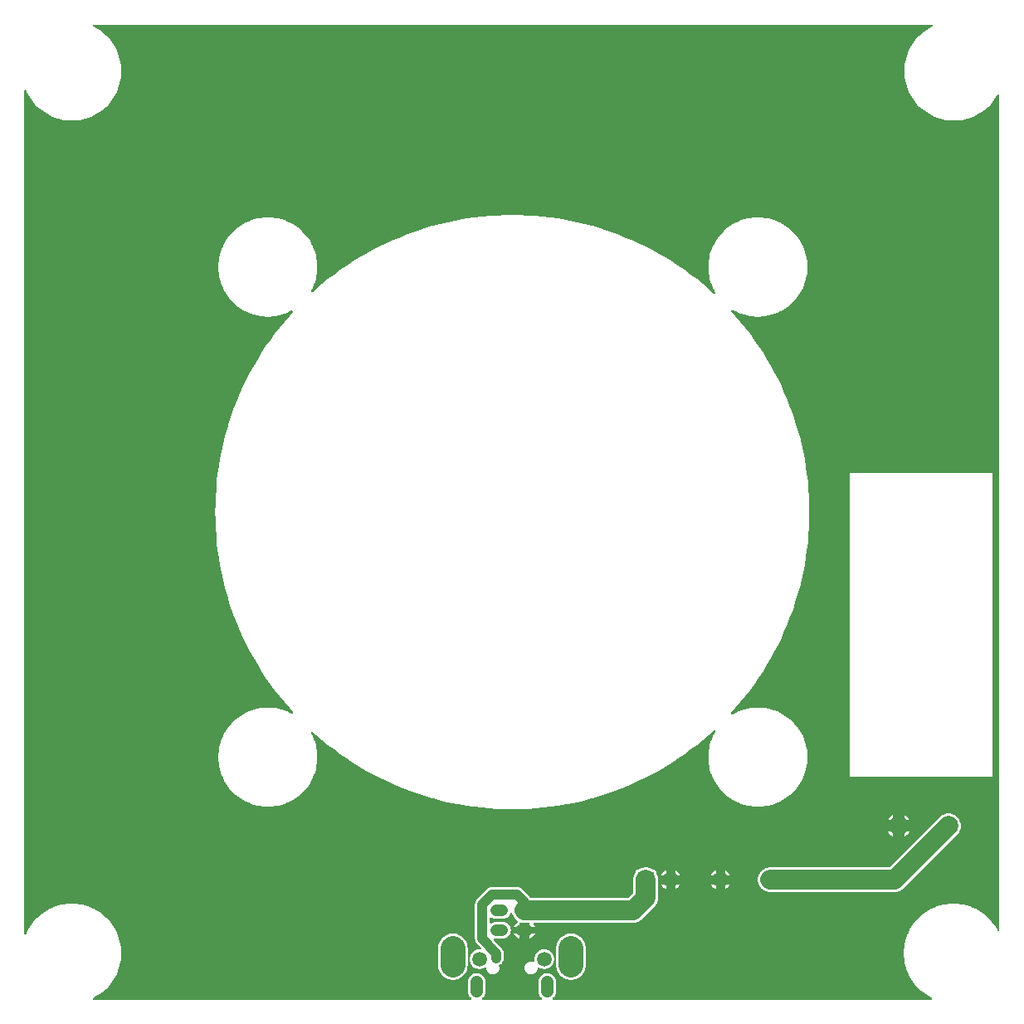
<source format=gbl>
G04 Layer: BottomLayer*
G04 EasyEDA v6.5.1, 2022-08-30 03:35:26*
G04 a67cddfb3fce44daa9051d46cbbcc19f,10*
G04 Gerber Generator version 0.2*
G04 Scale: 100 percent, Rotated: No, Reflected: No *
G04 Dimensions in millimeters *
G04 leading zeros omitted , absolute positions ,4 integer and 5 decimal *
%FSLAX45Y45*%
%MOMM*%

%ADD11C,2.0000*%
%ADD12C,1.0000*%
%ADD13C,0.6096*%
%ADD14C,0.6100*%
%ADD17C,1.6000*%
%ADD18C,1.5000*%
%ADD19C,1.1999*%
%ADD20C,2.5001*%
%ADD21C,1.3000*%

%LPD*%
G36*
X736041Y25908D02*
G01*
X732231Y26670D01*
X728929Y28803D01*
X726744Y32004D01*
X725881Y35864D01*
X726541Y39674D01*
X728624Y43027D01*
X731774Y45313D01*
X735380Y46939D01*
X762812Y61722D01*
X789279Y78130D01*
X814730Y96164D01*
X838962Y115722D01*
X861923Y136702D01*
X883615Y159105D01*
X903833Y182778D01*
X922578Y207670D01*
X939749Y233629D01*
X955294Y260654D01*
X969111Y288544D01*
X981202Y317246D01*
X991514Y346659D01*
X999998Y376631D01*
X1006602Y407060D01*
X1011275Y437845D01*
X1014120Y468884D01*
X1014984Y499973D01*
X1014120Y531114D01*
X1011275Y562152D01*
X1006602Y592937D01*
X999998Y623366D01*
X991514Y653338D01*
X981202Y682752D01*
X969111Y711454D01*
X955294Y739343D01*
X939749Y766368D01*
X922578Y792327D01*
X903833Y817219D01*
X883615Y840892D01*
X861923Y863295D01*
X838962Y884275D01*
X814730Y903833D01*
X789279Y921867D01*
X762812Y938276D01*
X735380Y953008D01*
X707136Y966063D01*
X678078Y977341D01*
X648411Y986790D01*
X618185Y994410D01*
X587552Y1000150D01*
X556666Y1003960D01*
X525576Y1005890D01*
X494436Y1005890D01*
X463346Y1003960D01*
X432409Y1000150D01*
X401828Y994410D01*
X371602Y986790D01*
X341934Y977341D01*
X312877Y966063D01*
X284632Y953008D01*
X257200Y938276D01*
X230733Y921867D01*
X205282Y903833D01*
X181051Y884275D01*
X158038Y863295D01*
X136398Y840892D01*
X116179Y817219D01*
X97434Y792327D01*
X80264Y766368D01*
X64719Y739343D01*
X50901Y711454D01*
X45415Y698500D01*
X43230Y695198D01*
X39928Y693013D01*
X36017Y692251D01*
X32156Y693064D01*
X28854Y695248D01*
X26670Y698550D01*
X25908Y702411D01*
X25908Y9297568D01*
X26670Y9301429D01*
X28854Y9304731D01*
X32156Y9306915D01*
X36017Y9307728D01*
X39928Y9306966D01*
X43230Y9304782D01*
X45415Y9301480D01*
X50901Y9288526D01*
X64719Y9260636D01*
X80264Y9233662D01*
X97434Y9207652D01*
X116179Y9182760D01*
X136398Y9159087D01*
X158038Y9136684D01*
X181051Y9115704D01*
X205282Y9096146D01*
X230733Y9078112D01*
X257200Y9061704D01*
X284632Y9046972D01*
X312877Y9033916D01*
X341934Y9022638D01*
X371602Y9013190D01*
X401828Y9005570D01*
X432409Y8999880D01*
X463346Y8996019D01*
X494436Y8994089D01*
X525576Y8994089D01*
X556666Y8996019D01*
X587552Y8999880D01*
X618185Y9005570D01*
X648411Y9013190D01*
X678078Y9022638D01*
X707136Y9033916D01*
X735380Y9046972D01*
X762812Y9061704D01*
X789279Y9078112D01*
X814730Y9096146D01*
X838962Y9115704D01*
X861923Y9136684D01*
X883615Y9159087D01*
X903833Y9182760D01*
X922578Y9207652D01*
X939749Y9233662D01*
X955294Y9260636D01*
X969111Y9288526D01*
X981202Y9317228D01*
X991514Y9346641D01*
X999998Y9376613D01*
X1006602Y9407042D01*
X1011275Y9437827D01*
X1014120Y9468866D01*
X1014984Y9499955D01*
X1014120Y9531146D01*
X1011275Y9562134D01*
X1006602Y9592919D01*
X999998Y9623399D01*
X991514Y9653371D01*
X981202Y9682734D01*
X969111Y9711436D01*
X955294Y9739376D01*
X939749Y9766350D01*
X922578Y9792360D01*
X903833Y9817201D01*
X883615Y9840874D01*
X861923Y9863277D01*
X838962Y9884308D01*
X814730Y9903815D01*
X789279Y9921849D01*
X762812Y9938258D01*
X735380Y9953040D01*
X731774Y9954717D01*
X728573Y9957003D01*
X726541Y9960305D01*
X725881Y9964166D01*
X726694Y9967976D01*
X728929Y9971176D01*
X732180Y9973360D01*
X736041Y9974072D01*
X9284004Y9974072D01*
X9287814Y9973360D01*
X9291066Y9971176D01*
X9293301Y9967976D01*
X9294164Y9964166D01*
X9293453Y9960305D01*
X9291421Y9957003D01*
X9288221Y9954717D01*
X9284614Y9953040D01*
X9257182Y9938258D01*
X9230715Y9921849D01*
X9205315Y9903866D01*
X9181033Y9884308D01*
X9158071Y9863277D01*
X9136430Y9840874D01*
X9116161Y9817201D01*
X9097416Y9792360D01*
X9080246Y9766350D01*
X9064752Y9739376D01*
X9050883Y9711436D01*
X9038793Y9682734D01*
X9028480Y9653371D01*
X9020048Y9623399D01*
X9013444Y9592919D01*
X9008719Y9562134D01*
X9005925Y9531146D01*
X9005011Y9500006D01*
X9005925Y9468866D01*
X9008719Y9437827D01*
X9013444Y9407042D01*
X9020048Y9376613D01*
X9028480Y9346641D01*
X9038793Y9317228D01*
X9050883Y9288526D01*
X9064752Y9260636D01*
X9080246Y9233662D01*
X9097416Y9207652D01*
X9116161Y9182760D01*
X9136430Y9159087D01*
X9158071Y9136684D01*
X9181033Y9115704D01*
X9205315Y9096146D01*
X9230715Y9078112D01*
X9257182Y9061704D01*
X9284614Y9046972D01*
X9312910Y9033916D01*
X9341916Y9022638D01*
X9371634Y9013190D01*
X9401810Y9005570D01*
X9432442Y8999880D01*
X9463328Y8996019D01*
X9494418Y8994089D01*
X9525558Y8994089D01*
X9556648Y8996019D01*
X9587585Y8999880D01*
X9618167Y9005570D01*
X9648393Y9013190D01*
X9678060Y9022638D01*
X9707118Y9033916D01*
X9735413Y9046972D01*
X9762845Y9061704D01*
X9789312Y9078112D01*
X9814712Y9096146D01*
X9838944Y9115704D01*
X9861956Y9136684D01*
X9883597Y9159087D01*
X9903815Y9182760D01*
X9922560Y9207652D01*
X9939731Y9233662D01*
X9955123Y9260382D01*
X9958070Y9263634D01*
X9962134Y9265310D01*
X9966553Y9265107D01*
X9970465Y9263075D01*
X9973157Y9259620D01*
X9974072Y9255302D01*
X9974072Y734669D01*
X9973106Y730300D01*
X9970312Y726744D01*
X9966248Y724814D01*
X9961727Y724763D01*
X9957663Y726694D01*
X9954818Y730148D01*
X9950297Y739343D01*
X9934752Y766368D01*
X9917582Y792327D01*
X9898837Y817219D01*
X9878618Y840892D01*
X9856927Y863295D01*
X9833965Y884275D01*
X9809683Y903833D01*
X9784283Y921867D01*
X9757816Y938276D01*
X9730384Y953058D01*
X9702088Y966063D01*
X9673082Y977341D01*
X9643414Y986790D01*
X9613188Y994410D01*
X9582556Y1000150D01*
X9551670Y1003960D01*
X9520580Y1005890D01*
X9489440Y1005890D01*
X9458350Y1003960D01*
X9427413Y1000150D01*
X9396831Y994410D01*
X9366605Y986790D01*
X9336938Y977341D01*
X9307880Y966063D01*
X9279585Y953058D01*
X9252153Y938276D01*
X9225686Y921867D01*
X9200286Y903833D01*
X9176054Y884275D01*
X9153042Y863295D01*
X9131401Y840892D01*
X9111183Y817219D01*
X9092438Y792327D01*
X9075267Y766368D01*
X9059722Y739343D01*
X9045905Y711454D01*
X9033814Y682752D01*
X9023502Y653338D01*
X9015018Y623366D01*
X9008414Y592937D01*
X9003690Y562152D01*
X9000896Y531114D01*
X8999982Y500024D01*
X9000896Y468884D01*
X9003690Y437845D01*
X9008414Y407060D01*
X9015018Y376631D01*
X9023502Y346659D01*
X9033814Y317246D01*
X9045905Y288544D01*
X9059722Y260654D01*
X9075267Y233629D01*
X9092438Y207670D01*
X9111183Y182778D01*
X9131401Y159105D01*
X9153042Y136702D01*
X9176054Y115722D01*
X9200286Y96164D01*
X9225686Y78130D01*
X9252153Y61722D01*
X9279585Y46939D01*
X9283242Y45313D01*
X9286392Y43027D01*
X9288475Y39674D01*
X9289135Y35864D01*
X9288272Y32004D01*
X9286087Y28803D01*
X9282785Y26670D01*
X9278975Y25908D01*
X5422747Y25908D01*
X5418734Y26771D01*
X5415330Y29108D01*
X5413197Y32664D01*
X5412638Y36779D01*
X5413756Y40741D01*
X5416346Y43942D01*
X5422036Y48564D01*
X5430520Y57607D01*
X5437632Y67767D01*
X5443372Y78790D01*
X5447538Y90474D01*
X5450027Y102616D01*
X5450890Y115316D01*
X5450890Y204622D01*
X5450027Y217373D01*
X5447538Y229514D01*
X5443372Y241198D01*
X5437632Y252221D01*
X5430520Y262331D01*
X5422036Y271424D01*
X5412435Y279247D01*
X5401818Y285699D01*
X5390438Y290626D01*
X5378500Y293979D01*
X5366207Y295656D01*
X5353812Y295656D01*
X5341518Y293979D01*
X5329580Y290626D01*
X5318201Y285699D01*
X5307584Y279247D01*
X5297982Y271424D01*
X5289499Y262331D01*
X5282336Y252221D01*
X5276646Y241198D01*
X5272481Y229514D01*
X5269941Y217373D01*
X5269077Y204622D01*
X5269077Y115316D01*
X5269941Y102616D01*
X5272481Y90474D01*
X5276646Y78790D01*
X5282336Y67767D01*
X5289499Y57607D01*
X5297982Y48564D01*
X5303621Y43942D01*
X5306263Y40741D01*
X5307380Y36779D01*
X5306822Y32664D01*
X5304637Y29108D01*
X5301284Y26771D01*
X5297220Y25908D01*
X4702759Y25908D01*
X4698746Y26771D01*
X4695342Y29108D01*
X4693208Y32664D01*
X4692650Y36779D01*
X4693767Y40741D01*
X4696358Y43942D01*
X4702048Y48564D01*
X4710480Y57607D01*
X4717643Y67767D01*
X4723384Y78790D01*
X4727498Y90474D01*
X4730038Y102616D01*
X4730902Y115316D01*
X4730902Y204622D01*
X4730038Y217373D01*
X4727498Y229514D01*
X4723384Y241198D01*
X4717643Y252221D01*
X4710480Y262331D01*
X4702048Y271424D01*
X4692396Y279247D01*
X4681829Y285699D01*
X4670450Y290626D01*
X4658512Y293979D01*
X4646218Y295656D01*
X4633823Y295656D01*
X4621530Y293979D01*
X4609541Y290626D01*
X4598212Y285699D01*
X4587595Y279247D01*
X4577943Y271424D01*
X4569510Y262331D01*
X4562348Y252221D01*
X4556658Y241198D01*
X4552492Y229514D01*
X4549952Y217373D01*
X4549089Y204622D01*
X4549089Y115316D01*
X4549952Y102616D01*
X4552492Y90474D01*
X4556658Y78790D01*
X4562348Y67767D01*
X4569510Y57607D01*
X4577943Y48564D01*
X4583633Y43942D01*
X4586274Y40741D01*
X4587341Y36779D01*
X4586782Y32664D01*
X4584649Y29108D01*
X4581296Y26771D01*
X4577232Y25908D01*
G37*

%LPC*%
G36*
X7080656Y1155039D02*
G01*
X7080656Y1203655D01*
X7032040Y1203655D01*
X7035292Y1197051D01*
X7043013Y1185519D01*
X7052106Y1175105D01*
X7062520Y1166012D01*
X7074052Y1158290D01*
G37*
G36*
X8450986Y2300020D02*
G01*
X9898989Y2300020D01*
X9900005Y2300986D01*
X9900005Y5398973D01*
X9898989Y5399989D01*
X8450986Y5399989D01*
X8450021Y5398973D01*
X8450021Y2300986D01*
X8450173Y2300173D01*
G37*
G36*
X5602478Y228600D02*
G01*
X5619394Y229565D01*
X5636056Y232410D01*
X5652363Y237083D01*
X5667959Y243535D01*
X5682792Y251764D01*
X5696559Y261518D01*
X5709208Y272796D01*
X5720486Y285445D01*
X5730290Y299212D01*
X5738469Y314045D01*
X5744921Y329692D01*
X5749594Y345948D01*
X5752439Y362610D01*
X5753404Y379780D01*
X5753404Y549198D01*
X5752439Y566369D01*
X5749594Y583082D01*
X5744921Y599338D01*
X5738469Y614984D01*
X5730290Y629767D01*
X5720486Y643585D01*
X5709208Y656183D01*
X5696559Y667461D01*
X5682792Y677265D01*
X5667959Y685444D01*
X5652363Y691946D01*
X5636056Y696620D01*
X5619394Y699465D01*
X5602478Y700379D01*
X5585612Y699465D01*
X5568899Y696620D01*
X5552643Y691946D01*
X5537047Y685444D01*
X5522214Y677265D01*
X5508396Y667461D01*
X5495798Y656183D01*
X5484520Y643585D01*
X5474716Y629767D01*
X5466537Y614984D01*
X5460085Y599338D01*
X5455361Y583082D01*
X5452567Y566369D01*
X5451602Y549198D01*
X5451602Y379780D01*
X5452567Y362610D01*
X5455361Y345948D01*
X5460085Y329692D01*
X5466537Y314045D01*
X5474716Y299212D01*
X5484520Y285445D01*
X5495798Y272796D01*
X5508396Y261518D01*
X5522214Y251764D01*
X5537047Y243535D01*
X5552643Y237083D01*
X5568899Y232410D01*
X5585612Y229565D01*
G37*
G36*
X4397502Y228600D02*
G01*
X4414418Y229565D01*
X4431080Y232410D01*
X4447336Y237083D01*
X4462983Y243535D01*
X4477766Y251764D01*
X4491583Y261518D01*
X4504182Y272796D01*
X4515459Y285445D01*
X4525264Y299212D01*
X4533442Y314045D01*
X4539945Y329692D01*
X4544618Y345948D01*
X4547463Y362610D01*
X4548428Y379780D01*
X4548428Y549198D01*
X4547463Y566369D01*
X4544618Y583082D01*
X4539945Y599338D01*
X4533442Y614984D01*
X4525264Y629767D01*
X4515459Y643585D01*
X4504182Y656183D01*
X4491583Y667461D01*
X4477766Y677265D01*
X4462983Y685444D01*
X4447336Y691946D01*
X4431080Y696620D01*
X4414418Y699465D01*
X4397502Y700379D01*
X4380585Y699465D01*
X4363923Y696620D01*
X4347667Y691946D01*
X4332020Y685444D01*
X4317238Y677265D01*
X4303420Y667461D01*
X4290822Y656183D01*
X4279544Y643585D01*
X4269740Y629767D01*
X4261561Y614984D01*
X4255058Y599338D01*
X4250385Y583082D01*
X4247540Y566369D01*
X4246575Y549198D01*
X4246575Y379780D01*
X4247540Y362610D01*
X4250385Y345948D01*
X4255058Y329692D01*
X4261561Y314045D01*
X4269740Y299212D01*
X4279544Y285445D01*
X4290822Y272796D01*
X4303420Y261518D01*
X4317238Y251764D01*
X4332020Y243535D01*
X4347667Y237083D01*
X4363923Y232410D01*
X4380585Y229565D01*
G37*
G36*
X5192420Y284226D02*
G01*
X5202986Y284632D01*
X5213400Y286766D01*
X5223306Y290525D01*
X5232501Y295808D01*
X5240680Y302514D01*
X5247741Y310438D01*
X5253380Y319430D01*
X5257546Y329184D01*
X5260086Y339445D01*
X5260695Y346862D01*
X5261813Y350774D01*
X5264302Y353872D01*
X5267858Y355803D01*
X5271871Y356158D01*
X5275681Y354990D01*
X5287518Y348488D01*
X5300116Y343662D01*
X5313222Y340512D01*
X5326634Y339191D01*
X5340096Y339648D01*
X5353405Y341884D01*
X5366258Y345846D01*
X5378500Y351536D01*
X5389829Y358800D01*
X5400141Y367487D01*
X5409184Y377494D01*
X5416804Y388569D01*
X5422900Y400608D01*
X5427319Y413359D01*
X5429961Y426567D01*
X5430875Y439978D01*
X5429961Y453440D01*
X5427319Y466648D01*
X5422900Y479399D01*
X5416804Y491439D01*
X5409184Y502513D01*
X5400141Y512521D01*
X5389829Y521208D01*
X5378500Y528472D01*
X5366258Y534162D01*
X5353405Y538124D01*
X5340096Y540359D01*
X5326634Y540816D01*
X5313222Y539496D01*
X5300116Y536346D01*
X5287518Y531520D01*
X5275732Y525018D01*
X5264861Y517042D01*
X5255158Y507695D01*
X5246827Y497078D01*
X5239969Y485495D01*
X5234686Y473100D01*
X5231130Y460095D01*
X5229352Y446735D01*
X5229352Y433273D01*
X5230774Y422757D01*
X5230469Y418592D01*
X5228488Y414934D01*
X5225237Y412343D01*
X5221173Y411276D01*
X5217058Y411937D01*
X5213400Y413308D01*
X5202986Y415442D01*
X5192420Y415848D01*
X5181904Y414578D01*
X5171694Y411632D01*
X5162143Y407111D01*
X5153406Y401066D01*
X5145735Y393700D01*
X5139385Y385267D01*
X5134457Y375869D01*
X5131104Y365810D01*
X5129377Y355346D01*
X5129377Y344728D01*
X5131104Y334264D01*
X5134457Y324205D01*
X5139385Y314807D01*
X5145735Y306374D01*
X5153406Y299008D01*
X5162143Y292963D01*
X5171694Y288442D01*
X5181904Y285496D01*
G37*
G36*
X4802276Y284226D02*
G01*
X4812842Y284632D01*
X4823256Y286766D01*
X4833162Y290525D01*
X4842357Y295808D01*
X4850536Y302514D01*
X4857597Y310438D01*
X4863236Y319430D01*
X4867402Y329184D01*
X4869942Y339445D01*
X4870805Y350012D01*
X4869942Y360629D01*
X4867554Y370332D01*
X4867300Y373735D01*
X4868214Y377088D01*
X4870196Y379882D01*
X4872990Y381914D01*
X4877917Y384302D01*
X4887315Y390652D01*
X4895646Y398373D01*
X4902708Y407263D01*
X4908346Y417068D01*
X4912512Y427634D01*
X4915052Y438708D01*
X4915916Y450392D01*
X4915916Y499618D01*
X4915052Y511301D01*
X4912512Y522376D01*
X4908346Y532942D01*
X4902708Y542747D01*
X4895240Y552094D01*
X4818583Y634187D01*
X4816398Y637844D01*
X4815890Y642112D01*
X4817160Y646176D01*
X4820005Y649325D01*
X4823917Y651103D01*
X4828184Y651052D01*
X4830775Y650494D01*
X4843373Y649579D01*
X4902657Y649579D01*
X4915255Y650494D01*
X4927193Y653084D01*
X4938674Y657402D01*
X4949444Y663244D01*
X4959248Y670610D01*
X4967935Y679246D01*
X4975250Y689051D01*
X4981143Y699820D01*
X4985410Y711301D01*
X4988001Y723290D01*
X4988864Y735482D01*
X4988001Y747725D01*
X4985410Y759714D01*
X4981143Y771194D01*
X4975250Y781913D01*
X4967935Y791718D01*
X4959248Y800404D01*
X4949444Y807770D01*
X4938674Y813612D01*
X4927193Y817880D01*
X4915255Y820521D01*
X4902657Y821385D01*
X4843373Y821385D01*
X4830775Y820521D01*
X4818786Y817880D01*
X4807305Y813612D01*
X4796586Y807770D01*
X4792167Y804468D01*
X4788103Y802640D01*
X4783632Y802741D01*
X4779670Y804722D01*
X4776927Y808228D01*
X4775911Y812596D01*
X4775911Y858418D01*
X4776927Y862787D01*
X4779670Y866292D01*
X4783632Y868273D01*
X4788103Y868375D01*
X4792167Y866546D01*
X4796586Y863244D01*
X4807305Y857402D01*
X4818786Y853084D01*
X4830775Y850493D01*
X4843373Y849579D01*
X4902657Y849579D01*
X4915255Y850493D01*
X4927193Y853084D01*
X4938674Y857402D01*
X4949444Y863244D01*
X4959248Y870610D01*
X4967935Y879246D01*
X4975250Y889050D01*
X4981143Y899820D01*
X4984800Y909675D01*
X4987188Y913333D01*
X4990846Y915669D01*
X4995214Y916228D01*
X4999380Y914908D01*
X5002631Y911961D01*
X5004308Y907948D01*
X5004765Y905408D01*
X5009286Y890930D01*
X5015534Y877062D01*
X5023408Y864057D01*
X5032756Y852068D01*
X5043525Y841298D01*
X5055514Y831951D01*
X5059070Y829767D01*
X5062169Y826871D01*
X5063794Y823010D01*
X5063693Y818743D01*
X5061864Y814933D01*
X5058664Y812190D01*
X5050586Y807770D01*
X5040731Y800404D01*
X5032095Y791718D01*
X5024729Y781913D01*
X5019243Y771855D01*
X5075631Y771855D01*
X5075631Y806145D01*
X5076342Y809853D01*
X5078374Y813053D01*
X5081422Y815289D01*
X5085080Y816254D01*
X5088839Y815848D01*
X5096865Y813308D01*
X5111851Y810564D01*
X5127294Y809650D01*
X5168188Y809650D01*
X5172100Y808888D01*
X5175351Y806653D01*
X5177586Y803351D01*
X5178348Y799490D01*
X5178348Y771855D01*
X5234736Y771855D01*
X5229250Y781913D01*
X5219141Y795578D01*
X5218379Y799490D01*
X5219141Y803351D01*
X5221376Y806653D01*
X5224627Y808888D01*
X5228539Y809650D01*
X6235293Y809650D01*
X6243066Y809853D01*
X6250635Y810564D01*
X6258153Y811682D01*
X6265570Y813308D01*
X6272936Y815340D01*
X6280099Y817829D01*
X6287109Y820724D01*
X6293967Y824077D01*
X6300571Y827786D01*
X6306972Y831951D01*
X6313119Y836421D01*
X6318961Y841298D01*
X6324600Y846632D01*
X6453936Y975969D01*
X6459220Y981608D01*
X6464096Y987450D01*
X6468618Y993546D01*
X6472732Y999947D01*
X6476492Y1006602D01*
X6479794Y1013409D01*
X6482740Y1020419D01*
X6485178Y1027633D01*
X6487261Y1034948D01*
X6488836Y1042416D01*
X6490004Y1049934D01*
X6490665Y1057503D01*
X6490919Y1065225D01*
X6490919Y1249680D01*
X6489954Y1265174D01*
X6487210Y1280109D01*
X6482689Y1294638D01*
X6476492Y1308506D01*
X6472377Y1315262D01*
X6471259Y1317802D01*
X6470904Y1320546D01*
X6470904Y1329436D01*
X6470192Y1335735D01*
X6468262Y1341221D01*
X6465214Y1346098D01*
X6461099Y1350213D01*
X6456222Y1353261D01*
X6450736Y1355191D01*
X6444437Y1355902D01*
X6435547Y1355902D01*
X6432804Y1356258D01*
X6430264Y1357376D01*
X6423507Y1361490D01*
X6409639Y1367688D01*
X6395110Y1372209D01*
X6380175Y1374952D01*
X6364986Y1375867D01*
X6349847Y1374952D01*
X6334861Y1372209D01*
X6320383Y1367688D01*
X6306515Y1361490D01*
X6299708Y1357376D01*
X6297218Y1356258D01*
X6294475Y1355902D01*
X6285585Y1355902D01*
X6279235Y1355191D01*
X6273800Y1353261D01*
X6268872Y1350213D01*
X6264808Y1346098D01*
X6261709Y1341221D01*
X6259830Y1335735D01*
X6259118Y1329436D01*
X6259118Y1320546D01*
X6258712Y1317802D01*
X6257645Y1315262D01*
X6253530Y1308506D01*
X6247282Y1294638D01*
X6242761Y1280109D01*
X6240018Y1265174D01*
X6239103Y1249680D01*
X6239103Y1121460D01*
X6238341Y1117549D01*
X6236106Y1114247D01*
X6186271Y1064412D01*
X6182969Y1062228D01*
X6179108Y1061466D01*
X5198110Y1061466D01*
X5194909Y1061974D01*
X5192064Y1063447D01*
X5189778Y1065733D01*
X5188153Y1068019D01*
X5182514Y1074877D01*
X5101793Y1155598D01*
X5092954Y1162659D01*
X5085334Y1167282D01*
X5083149Y1168400D01*
X5074920Y1171803D01*
X5072583Y1172565D01*
X5063947Y1174699D01*
X5061508Y1175105D01*
X5052669Y1175918D01*
X4797450Y1175918D01*
X4788611Y1175105D01*
X4786172Y1174699D01*
X4777536Y1172565D01*
X4775200Y1171803D01*
X4766970Y1168400D01*
X4764786Y1167282D01*
X4757166Y1162659D01*
X4748326Y1155598D01*
X4644491Y1051763D01*
X4637430Y1042924D01*
X4632807Y1035303D01*
X4631690Y1033119D01*
X4628286Y1024890D01*
X4627524Y1022553D01*
X4625390Y1013917D01*
X4624984Y1011478D01*
X4624171Y1002639D01*
X4624120Y650341D01*
X4624984Y638657D01*
X4627524Y627634D01*
X4631639Y617067D01*
X4637328Y607263D01*
X4644796Y597916D01*
X4682337Y557631D01*
X4684471Y554278D01*
X4685080Y550367D01*
X4684166Y546506D01*
X4681880Y543306D01*
X4678527Y541223D01*
X4674616Y540562D01*
X4666640Y540816D01*
X4653229Y539496D01*
X4640122Y536346D01*
X4627524Y531520D01*
X4615738Y525018D01*
X4604867Y517042D01*
X4595164Y507695D01*
X4586833Y497078D01*
X4579975Y485495D01*
X4574692Y473100D01*
X4571136Y460095D01*
X4569358Y446735D01*
X4569358Y433273D01*
X4571136Y419912D01*
X4574692Y406908D01*
X4579975Y394512D01*
X4586833Y382930D01*
X4595164Y372313D01*
X4604867Y362966D01*
X4615738Y354990D01*
X4627524Y348488D01*
X4640122Y343662D01*
X4653229Y340512D01*
X4666640Y339191D01*
X4680102Y339648D01*
X4693412Y341884D01*
X4706264Y345846D01*
X4718507Y351536D01*
X4723638Y354838D01*
X4727651Y356311D01*
X4731969Y356006D01*
X4735779Y353923D01*
X4738319Y350469D01*
X4739233Y346252D01*
X4739233Y344728D01*
X4740960Y334264D01*
X4744313Y324205D01*
X4749241Y314807D01*
X4755591Y306374D01*
X4763262Y299008D01*
X4771999Y292963D01*
X4781550Y288442D01*
X4791760Y285496D01*
G37*
G36*
X5005019Y1969109D02*
G01*
X5083048Y1970074D01*
X5161026Y1973122D01*
X5238902Y1978152D01*
X5316626Y1985162D01*
X5394147Y1994204D01*
X5471414Y2005177D01*
X5548376Y2018182D01*
X5624982Y2033168D01*
X5701182Y2050135D01*
X5776874Y2069033D01*
X5852109Y2089861D01*
X5926734Y2112670D01*
X6000800Y2137359D01*
X6074156Y2163927D01*
X6146850Y2192375D01*
X6218732Y2222703D01*
X6289852Y2254910D01*
X6360109Y2288895D01*
X6429451Y2324658D01*
X6497878Y2362250D01*
X6565290Y2401570D01*
X6631686Y2442616D01*
X6696964Y2485339D01*
X6761175Y2529738D01*
X6824218Y2575763D01*
X6885990Y2623413D01*
X6946595Y2672638D01*
X7005878Y2723388D01*
X7061606Y2773680D01*
X7065111Y2775762D01*
X7069175Y2776270D01*
X7073087Y2775153D01*
X7076236Y2772613D01*
X7078167Y2769006D01*
X7078522Y2764942D01*
X7077202Y2761081D01*
X7064756Y2739339D01*
X7050887Y2711450D01*
X7038797Y2682748D01*
X7028484Y2653334D01*
X7020052Y2623362D01*
X7013448Y2592933D01*
X7008723Y2562148D01*
X7005878Y2531110D01*
X7005015Y2500020D01*
X7005878Y2468880D01*
X7008723Y2437841D01*
X7013448Y2407056D01*
X7020052Y2376627D01*
X7028484Y2346655D01*
X7038797Y2317242D01*
X7050887Y2288540D01*
X7064756Y2260650D01*
X7080250Y2233625D01*
X7097420Y2207666D01*
X7116165Y2182774D01*
X7136384Y2159101D01*
X7158075Y2136698D01*
X7181037Y2115718D01*
X7205319Y2096160D01*
X7230719Y2078126D01*
X7257186Y2061718D01*
X7284618Y2046935D01*
X7312914Y2033930D01*
X7341920Y2022652D01*
X7371638Y2013204D01*
X7401814Y2005584D01*
X7432446Y1999843D01*
X7463332Y1996033D01*
X7494422Y1994103D01*
X7525562Y1994103D01*
X7556652Y1996033D01*
X7587589Y1999843D01*
X7618171Y2005584D01*
X7648397Y2013204D01*
X7678064Y2022652D01*
X7707122Y2033930D01*
X7735417Y2046935D01*
X7762849Y2061718D01*
X7789316Y2078126D01*
X7814716Y2096160D01*
X7838948Y2115718D01*
X7861960Y2136698D01*
X7883601Y2159101D01*
X7903819Y2182774D01*
X7922564Y2207666D01*
X7939735Y2233625D01*
X7955280Y2260650D01*
X7969097Y2288540D01*
X7981188Y2317242D01*
X7991500Y2346655D01*
X7999984Y2376627D01*
X8006588Y2407056D01*
X8011312Y2437841D01*
X8014106Y2468880D01*
X8015020Y2499969D01*
X8014106Y2531110D01*
X8011312Y2562148D01*
X8006588Y2592933D01*
X7999984Y2623362D01*
X7991500Y2653334D01*
X7981188Y2682748D01*
X7969097Y2711450D01*
X7955280Y2739339D01*
X7939735Y2766364D01*
X7922564Y2792323D01*
X7903819Y2817215D01*
X7883601Y2840888D01*
X7861960Y2863291D01*
X7838948Y2884271D01*
X7814716Y2903829D01*
X7789316Y2921863D01*
X7762849Y2938272D01*
X7735417Y2953054D01*
X7707122Y2966059D01*
X7678064Y2977337D01*
X7648397Y2986786D01*
X7618171Y2994406D01*
X7587589Y3000146D01*
X7556652Y3003956D01*
X7525562Y3005886D01*
X7494422Y3005886D01*
X7463332Y3003956D01*
X7432446Y3000146D01*
X7401814Y2994406D01*
X7371638Y2986786D01*
X7341920Y2977337D01*
X7312914Y2966059D01*
X7284618Y2953054D01*
X7257186Y2938272D01*
X7248906Y2933141D01*
X7245045Y2931718D01*
X7240930Y2931972D01*
X7237272Y2933801D01*
X7234631Y2937002D01*
X7233462Y2940964D01*
X7233920Y2945028D01*
X7236002Y2948584D01*
X7281621Y2999130D01*
X7332370Y3058414D01*
X7381595Y3118967D01*
X7429246Y3180791D01*
X7475270Y3243834D01*
X7519670Y3307994D01*
X7562392Y3373323D01*
X7603439Y3439718D01*
X7642758Y3507130D01*
X7680299Y3575558D01*
X7716113Y3644900D01*
X7750098Y3715156D01*
X7782255Y3786276D01*
X7812582Y3858158D01*
X7841081Y3930853D01*
X7867650Y4004208D01*
X7892338Y4078274D01*
X7915148Y4152900D01*
X7935975Y4228134D01*
X7954873Y4303826D01*
X7971840Y4380026D01*
X7986826Y4456633D01*
X7999780Y4533595D01*
X8010804Y4610811D01*
X8019846Y4688382D01*
X8026857Y4766106D01*
X8031886Y4843983D01*
X8034883Y4921961D01*
X8035899Y4999990D01*
X8034883Y5078018D01*
X8031886Y5156047D01*
X8026857Y5233924D01*
X8019846Y5311648D01*
X8010804Y5389168D01*
X7999780Y5466435D01*
X7986826Y5543397D01*
X7971840Y5619953D01*
X7954873Y5696153D01*
X7935975Y5771896D01*
X7915148Y5847080D01*
X7892338Y5921756D01*
X7867650Y5995771D01*
X7841081Y6069177D01*
X7812582Y6141821D01*
X7782255Y6213754D01*
X7750098Y6284823D01*
X7716113Y6355080D01*
X7680299Y6424472D01*
X7642758Y6492849D01*
X7603439Y6560312D01*
X7562392Y6626656D01*
X7519670Y6691985D01*
X7475270Y6756196D01*
X7429246Y6819188D01*
X7381595Y6881012D01*
X7332370Y6941566D01*
X7281621Y7000849D01*
X7236053Y7051395D01*
X7233970Y7054951D01*
X7233462Y7059015D01*
X7234631Y7062978D01*
X7237272Y7066127D01*
X7240930Y7068007D01*
X7245045Y7068261D01*
X7248956Y7066838D01*
X7257186Y7061708D01*
X7284618Y7046975D01*
X7312914Y7033920D01*
X7341920Y7022642D01*
X7371638Y7013194D01*
X7401814Y7005574D01*
X7432446Y6999884D01*
X7463332Y6996023D01*
X7494422Y6994093D01*
X7525562Y6994093D01*
X7556652Y6996023D01*
X7587589Y6999884D01*
X7618171Y7005574D01*
X7648397Y7013194D01*
X7678064Y7022642D01*
X7707122Y7033920D01*
X7735417Y7046975D01*
X7762849Y7061708D01*
X7789316Y7078116D01*
X7814716Y7096150D01*
X7838948Y7115708D01*
X7861960Y7136688D01*
X7883601Y7159091D01*
X7903819Y7182764D01*
X7922564Y7207656D01*
X7939735Y7233615D01*
X7955280Y7260640D01*
X7969097Y7288530D01*
X7981188Y7317231D01*
X7991500Y7346645D01*
X7999984Y7376617D01*
X8006588Y7407046D01*
X8011312Y7437831D01*
X8014106Y7468870D01*
X8015020Y7499959D01*
X8014106Y7531150D01*
X8011312Y7562138D01*
X8006588Y7592923D01*
X7999984Y7623352D01*
X7991500Y7653375D01*
X7981188Y7682738D01*
X7969097Y7711440D01*
X7955280Y7739329D01*
X7939735Y7766354D01*
X7922564Y7792313D01*
X7903819Y7817205D01*
X7883601Y7840878D01*
X7861960Y7863281D01*
X7838948Y7884312D01*
X7814716Y7903819D01*
X7789316Y7921853D01*
X7762849Y7938262D01*
X7735417Y7953044D01*
X7707122Y7966049D01*
X7678064Y7977327D01*
X7648397Y7986775D01*
X7618171Y7994396D01*
X7587589Y8000136D01*
X7556652Y8003946D01*
X7525562Y8005876D01*
X7494422Y8005876D01*
X7463332Y8003946D01*
X7432446Y8000136D01*
X7401814Y7994396D01*
X7371638Y7986775D01*
X7341920Y7977327D01*
X7312914Y7966049D01*
X7284618Y7953044D01*
X7257186Y7938262D01*
X7230719Y7921853D01*
X7205319Y7903819D01*
X7181037Y7884312D01*
X7158075Y7863281D01*
X7136384Y7840878D01*
X7116165Y7817205D01*
X7097420Y7792313D01*
X7080250Y7766354D01*
X7064756Y7739329D01*
X7050887Y7711440D01*
X7038797Y7682738D01*
X7028484Y7653375D01*
X7020052Y7623352D01*
X7013448Y7592923D01*
X7008723Y7562138D01*
X7005878Y7531150D01*
X7005015Y7500010D01*
X7005878Y7468870D01*
X7008723Y7437831D01*
X7013448Y7407046D01*
X7020052Y7376617D01*
X7028484Y7346645D01*
X7038797Y7317231D01*
X7050887Y7288530D01*
X7064756Y7260640D01*
X7077202Y7238949D01*
X7078472Y7235088D01*
X7078167Y7231024D01*
X7076236Y7227417D01*
X7073087Y7224877D01*
X7069175Y7223759D01*
X7065111Y7224268D01*
X7061606Y7226350D01*
X7005878Y7276592D01*
X6946595Y7327392D01*
X6885990Y7376617D01*
X6824218Y7424216D01*
X6761175Y7470292D01*
X6696964Y7514691D01*
X6631686Y7557414D01*
X6565290Y7598460D01*
X6497878Y7637729D01*
X6429451Y7675321D01*
X6360109Y7711084D01*
X6289852Y7745120D01*
X6218732Y7777276D01*
X6146850Y7807604D01*
X6074156Y7836052D01*
X6000800Y7862671D01*
X5926734Y7887360D01*
X5852109Y7910118D01*
X5776874Y7930946D01*
X5701182Y7949895D01*
X5624982Y7966811D01*
X5548376Y7981797D01*
X5471414Y7994802D01*
X5394147Y8005825D01*
X5316626Y8014868D01*
X5238902Y8021878D01*
X5161026Y8026908D01*
X5083048Y8029905D01*
X5005019Y8030921D01*
X4926939Y8029905D01*
X4848961Y8026908D01*
X4771085Y8021878D01*
X4693361Y8014868D01*
X4615840Y8005825D01*
X4538573Y7994802D01*
X4461611Y7981797D01*
X4385005Y7966811D01*
X4308856Y7949895D01*
X4233113Y7930946D01*
X4157929Y7910118D01*
X4083253Y7887360D01*
X4009237Y7862671D01*
X3935831Y7836052D01*
X3863187Y7807604D01*
X3791254Y7777276D01*
X3720134Y7745120D01*
X3649878Y7711084D01*
X3580536Y7675321D01*
X3512108Y7637729D01*
X3444697Y7598460D01*
X3378301Y7557414D01*
X3313023Y7514691D01*
X3248812Y7470292D01*
X3185820Y7424216D01*
X3123996Y7376617D01*
X3063443Y7327392D01*
X3004159Y7276592D01*
X2969209Y7245096D01*
X2965704Y7243064D01*
X2961640Y7242505D01*
X2957728Y7243622D01*
X2954578Y7246213D01*
X2952648Y7249769D01*
X2952343Y7253833D01*
X2953613Y7257694D01*
X2955290Y7260640D01*
X2969107Y7288530D01*
X2981198Y7317231D01*
X2991510Y7346645D01*
X2999994Y7376617D01*
X3006598Y7407046D01*
X3011322Y7437831D01*
X3014116Y7468870D01*
X3014980Y7499959D01*
X3014116Y7531150D01*
X3011322Y7562138D01*
X3006598Y7592923D01*
X2999994Y7623352D01*
X2991510Y7653375D01*
X2981198Y7682738D01*
X2969107Y7711440D01*
X2955290Y7739329D01*
X2939745Y7766354D01*
X2922574Y7792313D01*
X2903829Y7817205D01*
X2883611Y7840878D01*
X2861970Y7863281D01*
X2838958Y7884312D01*
X2814726Y7903819D01*
X2789275Y7921853D01*
X2762808Y7938262D01*
X2735376Y7953044D01*
X2707132Y7966049D01*
X2678074Y7977327D01*
X2648407Y7986775D01*
X2618181Y7994396D01*
X2587599Y8000136D01*
X2556662Y8003946D01*
X2525572Y8005876D01*
X2494432Y8005876D01*
X2463342Y8003946D01*
X2432456Y8000136D01*
X2401824Y7994396D01*
X2371598Y7986775D01*
X2341930Y7977327D01*
X2312924Y7966049D01*
X2284628Y7953044D01*
X2257196Y7938262D01*
X2230729Y7921853D01*
X2205329Y7903819D01*
X2181047Y7884312D01*
X2158085Y7863281D01*
X2136394Y7840878D01*
X2116175Y7817205D01*
X2097430Y7792313D01*
X2080260Y7766354D01*
X2064715Y7739329D01*
X2050897Y7711440D01*
X2038807Y7682738D01*
X2028494Y7653375D01*
X2020011Y7623352D01*
X2013407Y7592923D01*
X2008733Y7562138D01*
X2005888Y7531150D01*
X2005025Y7500010D01*
X2005888Y7468870D01*
X2008733Y7437831D01*
X2013407Y7407046D01*
X2020011Y7376617D01*
X2028494Y7346645D01*
X2038807Y7317231D01*
X2050897Y7288530D01*
X2064715Y7260640D01*
X2080260Y7233615D01*
X2097430Y7207656D01*
X2116175Y7182764D01*
X2136394Y7159091D01*
X2158085Y7136688D01*
X2181047Y7115708D01*
X2205329Y7096150D01*
X2230729Y7078116D01*
X2257196Y7061708D01*
X2284628Y7046975D01*
X2312924Y7033920D01*
X2341930Y7022642D01*
X2371598Y7013194D01*
X2401824Y7005574D01*
X2432456Y6999884D01*
X2463342Y6996023D01*
X2494432Y6994093D01*
X2525572Y6994093D01*
X2556662Y6996023D01*
X2587599Y6999884D01*
X2618181Y7005574D01*
X2648407Y7013194D01*
X2678074Y7022642D01*
X2707132Y7033920D01*
X2735376Y7046975D01*
X2750921Y7055307D01*
X2754782Y7056475D01*
X2758795Y7056069D01*
X2762351Y7054088D01*
X2764840Y7050938D01*
X2765907Y7047026D01*
X2765348Y7043013D01*
X2763316Y7039559D01*
X2728366Y7000849D01*
X2677617Y6941566D01*
X2628392Y6881012D01*
X2580741Y6819188D01*
X2534716Y6756196D01*
X2490317Y6691985D01*
X2447594Y6626656D01*
X2406548Y6560312D01*
X2367229Y6492849D01*
X2329688Y6424472D01*
X2293874Y6355080D01*
X2259888Y6284823D01*
X2227732Y6213754D01*
X2197404Y6141821D01*
X2168906Y6069177D01*
X2142337Y5995771D01*
X2117648Y5921756D01*
X2094890Y5847080D01*
X2074011Y5771896D01*
X2055114Y5696153D01*
X2038197Y5619953D01*
X2023211Y5543397D01*
X2010206Y5466435D01*
X1999183Y5389168D01*
X1990140Y5311648D01*
X1983130Y5233924D01*
X1978101Y5156047D01*
X1975104Y5078018D01*
X1974088Y4999990D01*
X1975104Y4921961D01*
X1978101Y4843983D01*
X1983130Y4766106D01*
X1990140Y4688382D01*
X1999183Y4610811D01*
X2010206Y4533595D01*
X2023211Y4456633D01*
X2038197Y4380026D01*
X2055114Y4303826D01*
X2074011Y4228134D01*
X2094890Y4152900D01*
X2117648Y4078274D01*
X2142337Y4004208D01*
X2168906Y3930853D01*
X2197404Y3858158D01*
X2227732Y3786276D01*
X2259888Y3715156D01*
X2293874Y3644900D01*
X2329688Y3575558D01*
X2367229Y3507130D01*
X2406548Y3439718D01*
X2447594Y3373323D01*
X2490317Y3307994D01*
X2534716Y3243834D01*
X2580741Y3180791D01*
X2628392Y3118967D01*
X2677617Y3058414D01*
X2728366Y2999130D01*
X2763316Y2960420D01*
X2765348Y2956966D01*
X2765907Y2952953D01*
X2764840Y2949041D01*
X2762351Y2945892D01*
X2758846Y2943910D01*
X2754833Y2943504D01*
X2750972Y2944672D01*
X2735376Y2953054D01*
X2707132Y2966059D01*
X2678074Y2977337D01*
X2648407Y2986786D01*
X2618181Y2994406D01*
X2587599Y3000146D01*
X2556662Y3003956D01*
X2525572Y3005886D01*
X2494432Y3005886D01*
X2463342Y3003956D01*
X2432456Y3000146D01*
X2401824Y2994406D01*
X2371598Y2986786D01*
X2341930Y2977337D01*
X2312924Y2966059D01*
X2284628Y2953054D01*
X2257196Y2938272D01*
X2230729Y2921863D01*
X2205329Y2903829D01*
X2181047Y2884271D01*
X2158085Y2863291D01*
X2136394Y2840888D01*
X2116175Y2817215D01*
X2097430Y2792323D01*
X2080260Y2766364D01*
X2064715Y2739339D01*
X2050897Y2711450D01*
X2038807Y2682748D01*
X2028494Y2653334D01*
X2020011Y2623362D01*
X2013407Y2592933D01*
X2008733Y2562148D01*
X2005888Y2531110D01*
X2005025Y2500020D01*
X2005888Y2468880D01*
X2008733Y2437841D01*
X2013407Y2407056D01*
X2020011Y2376627D01*
X2028494Y2346655D01*
X2038807Y2317242D01*
X2050897Y2288540D01*
X2064715Y2260650D01*
X2080260Y2233625D01*
X2097430Y2207666D01*
X2116175Y2182774D01*
X2136394Y2159101D01*
X2158085Y2136698D01*
X2181047Y2115718D01*
X2205329Y2096160D01*
X2230729Y2078126D01*
X2257196Y2061718D01*
X2284628Y2046935D01*
X2312924Y2033930D01*
X2341930Y2022652D01*
X2371598Y2013204D01*
X2401824Y2005584D01*
X2432456Y1999843D01*
X2463342Y1996033D01*
X2494432Y1994103D01*
X2525572Y1994103D01*
X2556662Y1996033D01*
X2587599Y1999843D01*
X2618181Y2005584D01*
X2648407Y2013204D01*
X2678074Y2022652D01*
X2707132Y2033930D01*
X2735376Y2046935D01*
X2762808Y2061718D01*
X2789275Y2078126D01*
X2814726Y2096160D01*
X2838958Y2115718D01*
X2861970Y2136698D01*
X2883611Y2159101D01*
X2903829Y2182774D01*
X2922574Y2207666D01*
X2939745Y2233625D01*
X2955290Y2260650D01*
X2969107Y2288540D01*
X2981198Y2317242D01*
X2991510Y2346655D01*
X2999994Y2376627D01*
X3006598Y2407056D01*
X3011322Y2437841D01*
X3014116Y2468880D01*
X3014980Y2499969D01*
X3014116Y2531110D01*
X3011322Y2562148D01*
X3006598Y2592933D01*
X2999994Y2623362D01*
X2991510Y2653334D01*
X2981198Y2682748D01*
X2969107Y2711450D01*
X2955290Y2739339D01*
X2953613Y2742285D01*
X2952292Y2746146D01*
X2952648Y2750210D01*
X2954578Y2753817D01*
X2957728Y2756408D01*
X2961640Y2757474D01*
X2965704Y2756966D01*
X2969209Y2754884D01*
X3004159Y2723388D01*
X3063443Y2672638D01*
X3123996Y2623413D01*
X3185820Y2575763D01*
X3248812Y2529738D01*
X3313023Y2485339D01*
X3378301Y2442616D01*
X3444697Y2401570D01*
X3512108Y2362250D01*
X3580536Y2324658D01*
X3649878Y2288895D01*
X3720134Y2254910D01*
X3791254Y2222703D01*
X3863187Y2192375D01*
X3935831Y2163927D01*
X4009237Y2137359D01*
X4083253Y2112670D01*
X4157929Y2089861D01*
X4233113Y2069033D01*
X4308856Y2050135D01*
X4385005Y2033168D01*
X4461611Y2018182D01*
X4538573Y2005177D01*
X4615840Y1994204D01*
X4693361Y1985162D01*
X4771085Y1978152D01*
X4848961Y1973122D01*
X4926939Y1970074D01*
G37*
G36*
X8833561Y1856333D02*
G01*
X8889644Y1856333D01*
X8889644Y1912416D01*
X8887510Y1911451D01*
X8874506Y1903628D01*
X8862517Y1894230D01*
X8851747Y1883460D01*
X8842400Y1871522D01*
X8834526Y1858518D01*
G37*
G36*
X9002369Y1856333D02*
G01*
X9058452Y1856333D01*
X9057487Y1858518D01*
X9049613Y1871522D01*
X9040215Y1883460D01*
X9029496Y1894230D01*
X9017508Y1903628D01*
X9004503Y1911451D01*
X9002369Y1912416D01*
G37*
G36*
X8889644Y1687575D02*
G01*
X8889644Y1743659D01*
X8833561Y1743659D01*
X8834526Y1741474D01*
X8842400Y1728470D01*
X8851747Y1716532D01*
X8862517Y1705762D01*
X8874506Y1696415D01*
X8887510Y1688541D01*
G37*
G36*
X9002369Y1687575D02*
G01*
X9004503Y1688541D01*
X9017508Y1696415D01*
X9029496Y1705762D01*
X9040215Y1716532D01*
X9049613Y1728470D01*
X9057487Y1741474D01*
X9058452Y1743659D01*
X9002369Y1743659D01*
G37*
G36*
X5178348Y652475D02*
G01*
X5181193Y653084D01*
X5192674Y657402D01*
X5203444Y663244D01*
X5213248Y670610D01*
X5221935Y679246D01*
X5229250Y689051D01*
X5234736Y699160D01*
X5178348Y699160D01*
G37*
G36*
X5075631Y652475D02*
G01*
X5075631Y699160D01*
X5019243Y699160D01*
X5024729Y689051D01*
X5032095Y679246D01*
X5040731Y670610D01*
X5050586Y663244D01*
X5061305Y657402D01*
X5072786Y653084D01*
G37*
G36*
X7173366Y1296365D02*
G01*
X7221931Y1296365D01*
X7218680Y1302918D01*
X7211009Y1314450D01*
X7201865Y1324864D01*
X7191451Y1334008D01*
X7179919Y1341678D01*
X7173366Y1344930D01*
G37*
G36*
X6524040Y1296365D02*
G01*
X6572656Y1296365D01*
X6572656Y1344930D01*
X6566052Y1341678D01*
X6554520Y1334008D01*
X6544106Y1324864D01*
X6535013Y1314450D01*
X6527292Y1302918D01*
G37*
G36*
X7032040Y1296365D02*
G01*
X7080656Y1296365D01*
X7080656Y1344930D01*
X7074052Y1341678D01*
X7062520Y1334008D01*
X7052106Y1324864D01*
X7043013Y1314450D01*
X7035292Y1302918D01*
G37*
G36*
X6665366Y1296365D02*
G01*
X6713931Y1296365D01*
X6710680Y1302918D01*
X6703009Y1314450D01*
X6693865Y1324864D01*
X6683451Y1334008D01*
X6671919Y1341678D01*
X6665366Y1344930D01*
G37*
G36*
X7173366Y1155039D02*
G01*
X7179919Y1158290D01*
X7191451Y1166012D01*
X7201865Y1175105D01*
X7211009Y1185519D01*
X7218680Y1197051D01*
X7221931Y1203655D01*
X7173366Y1203655D01*
G37*
G36*
X6665366Y1155039D02*
G01*
X6671919Y1158290D01*
X6683451Y1166012D01*
X6693865Y1175105D01*
X6703009Y1185519D01*
X6710680Y1197051D01*
X6713931Y1203655D01*
X6665366Y1203655D01*
G37*
G36*
X6572656Y1155039D02*
G01*
X6572656Y1203655D01*
X6524040Y1203655D01*
X6527292Y1197051D01*
X6535013Y1185519D01*
X6544106Y1175105D01*
X6554520Y1166012D01*
X6566052Y1158290D01*
G37*
G36*
X7635290Y1124102D02*
G01*
X8903817Y1124102D01*
X8911590Y1124305D01*
X8919159Y1125016D01*
X8926677Y1126134D01*
X8934094Y1127760D01*
X8941460Y1129792D01*
X8948623Y1132281D01*
X8955684Y1135176D01*
X8962491Y1138529D01*
X8969146Y1142238D01*
X8975496Y1146403D01*
X8981643Y1150874D01*
X8987485Y1155750D01*
X8993124Y1161084D01*
X9542932Y1710893D01*
X9548215Y1716532D01*
X9553092Y1722374D01*
X9557613Y1728470D01*
X9561728Y1734870D01*
X9565487Y1741474D01*
X9568789Y1748332D01*
X9571736Y1755343D01*
X9574225Y1762556D01*
X9576257Y1769872D01*
X9577832Y1777339D01*
X9579000Y1784807D01*
X9579660Y1792427D01*
X9579914Y1799996D01*
X9579660Y1807616D01*
X9579000Y1815185D01*
X9577832Y1822704D01*
X9576257Y1830120D01*
X9574225Y1837486D01*
X9571736Y1844649D01*
X9568789Y1851660D01*
X9565487Y1858518D01*
X9561728Y1865122D01*
X9557613Y1871522D01*
X9553092Y1877669D01*
X9548215Y1883511D01*
X9543034Y1889048D01*
X9537496Y1894230D01*
X9531654Y1899107D01*
X9525508Y1903628D01*
X9519158Y1907743D01*
X9512503Y1911502D01*
X9505696Y1914804D01*
X9498634Y1917700D01*
X9491472Y1920189D01*
X9484106Y1922221D01*
X9476689Y1923846D01*
X9469170Y1924964D01*
X9461601Y1925675D01*
X9453981Y1925878D01*
X9446412Y1925675D01*
X9438843Y1924964D01*
X9431324Y1923846D01*
X9423857Y1922221D01*
X9416542Y1920189D01*
X9409328Y1917700D01*
X9402318Y1914804D01*
X9395510Y1911502D01*
X9388856Y1907743D01*
X9382455Y1903628D01*
X9376359Y1899107D01*
X9370517Y1894230D01*
X9364878Y1888947D01*
X8854795Y1378864D01*
X8851493Y1376680D01*
X8847632Y1375918D01*
X7635290Y1375918D01*
X7619847Y1374952D01*
X7604861Y1372209D01*
X7590383Y1367688D01*
X7576515Y1361490D01*
X7563510Y1353616D01*
X7551521Y1344218D01*
X7540752Y1333500D01*
X7531404Y1321511D01*
X7523530Y1308506D01*
X7517282Y1294638D01*
X7512761Y1280109D01*
X7510018Y1265174D01*
X7509103Y1249984D01*
X7510018Y1234846D01*
X7512761Y1219860D01*
X7517282Y1205382D01*
X7523530Y1191514D01*
X7531404Y1178509D01*
X7540752Y1166520D01*
X7551521Y1155750D01*
X7563510Y1146403D01*
X7576515Y1138529D01*
X7590383Y1132281D01*
X7604861Y1127760D01*
X7619847Y1125016D01*
G37*

%LPD*%
D12*
X4840003Y449999D02*
G01*
X4840003Y499998D01*
X4700015Y649986D01*
X4700015Y999997D01*
X4800091Y1100073D01*
X5050027Y1100073D01*
X5126990Y1023112D01*
X5126990Y935481D01*
D11*
X6365001Y1250000D02*
G01*
X6365001Y1065088D01*
X6235461Y935548D01*
X5127005Y935548D01*
X7635001Y1250000D02*
G01*
X8903987Y1250000D01*
X9453999Y1800011D01*
G36*
X6285001Y1329999D02*
G01*
X6445001Y1329999D01*
X6445001Y1170000D01*
X6285001Y1170000D01*
G37*
D17*
G01*
X6619011Y1250010D03*
G01*
X7127011Y1250010D03*
G01*
X7635011Y1250010D03*
D18*
G01*
X4669993Y440004D03*
G01*
X5329986Y440004D03*
D11*
G01*
X8946006Y1800021D03*
G01*
X9454006Y1800021D03*
D13*
G01*
X4796790Y546277D03*
D14*
G01*
X107205Y8892791D03*
G01*
X107205Y7892790D03*
G01*
X107205Y6892790D03*
G01*
X107205Y5892792D03*
G01*
X107205Y4892791D03*
G01*
X107205Y3892791D03*
G01*
X107205Y2892790D03*
G01*
X107205Y1892792D03*
G01*
X1107206Y9892792D03*
G01*
X1107206Y8892791D03*
G01*
X1107206Y7892790D03*
G01*
X1107206Y6892790D03*
G01*
X1107206Y5892792D03*
G01*
X1107206Y4892791D03*
G01*
X1107206Y3892791D03*
G01*
X1107206Y2892790D03*
G01*
X1107206Y1892792D03*
G01*
X1107206Y892792D03*
G01*
X2107206Y9892792D03*
G01*
X2107206Y8892791D03*
G01*
X2107206Y6892790D03*
G01*
X2107206Y3892791D03*
G01*
X2107206Y1892792D03*
G01*
X2107206Y892792D03*
G01*
X3107204Y9892792D03*
G01*
X3107204Y8892791D03*
G01*
X3107204Y7892790D03*
G01*
X3107204Y1892792D03*
G01*
X3107204Y892792D03*
G01*
X4107205Y9892792D03*
G01*
X4107205Y8892791D03*
G01*
X4107205Y1892792D03*
G01*
X4107205Y892792D03*
G01*
X5107205Y9892792D03*
G01*
X5107205Y8892791D03*
G01*
X5107205Y1892792D03*
G01*
X6107206Y9892792D03*
G01*
X6107206Y8892791D03*
G01*
X6107206Y7892790D03*
G01*
X6107206Y1892792D03*
G01*
X7107207Y9892792D03*
G01*
X7107207Y8892791D03*
G01*
X7107207Y1892792D03*
G01*
X7107207Y892792D03*
G01*
X8107205Y9892792D03*
G01*
X8107205Y8892791D03*
G01*
X8107205Y7892790D03*
G01*
X8107205Y6892790D03*
G01*
X8107205Y5892792D03*
G01*
X8107205Y4892791D03*
G01*
X8107205Y3892791D03*
G01*
X8107205Y2892790D03*
G01*
X8107205Y1892792D03*
G01*
X8107205Y892792D03*
G01*
X9107205Y8892791D03*
G01*
X9107205Y7892790D03*
G01*
X9107205Y6892790D03*
G01*
X9107205Y5892792D03*
G01*
X9107205Y1892792D03*
D19*
X4903025Y735507D02*
G01*
X4843005Y735507D01*
X4903025Y935507D02*
G01*
X4843005Y935507D01*
X5157025Y735507D02*
G01*
X5097005Y735507D01*
D20*
X4397502Y379521D02*
G01*
X4397502Y549508D01*
X5602503Y379521D02*
G01*
X5602503Y549508D01*
D19*
X5157025Y935507D02*
G01*
X5097005Y935507D01*
D21*
X5359984Y204993D02*
G01*
X5359984Y114993D01*
X4639995Y204993D02*
G01*
X4639995Y114993D01*
M02*

</source>
